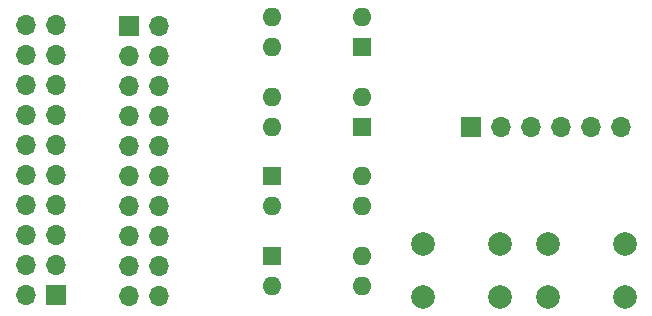
<source format=gbr>
%TF.GenerationSoftware,KiCad,Pcbnew,(5.1.12)-1*%
%TF.CreationDate,2021-12-28T12:25:46-06:00*%
%TF.ProjectId,iPiMI,6950694d-492e-46b6-9963-61645f706362,rev?*%
%TF.SameCoordinates,Original*%
%TF.FileFunction,Soldermask,Bot*%
%TF.FilePolarity,Negative*%
%FSLAX46Y46*%
G04 Gerber Fmt 4.6, Leading zero omitted, Abs format (unit mm)*
G04 Created by KiCad (PCBNEW (5.1.12)-1) date 2021-12-28 12:25:46*
%MOMM*%
%LPD*%
G01*
G04 APERTURE LIST*
%ADD10R,1.600000X1.600000*%
%ADD11O,1.600000X1.600000*%
%ADD12C,2.000000*%
%ADD13R,1.700000X1.700000*%
%ADD14O,1.700000X1.700000*%
G04 APERTURE END LIST*
D10*
%TO.C,U4*%
X41100000Y-36000000D03*
D11*
X48720000Y-38540000D03*
X41100000Y-38540000D03*
X48720000Y-36000000D03*
%TD*%
D10*
%TO.C,U3*%
X41100000Y-29250000D03*
D11*
X48720000Y-31790000D03*
X41100000Y-31790000D03*
X48720000Y-29250000D03*
%TD*%
D10*
%TO.C,U2*%
X48700000Y-18300000D03*
D11*
X41080000Y-15760000D03*
X48700000Y-15760000D03*
X41080000Y-18300000D03*
%TD*%
D10*
%TO.C,U1*%
X48700000Y-25100000D03*
D11*
X41080000Y-22560000D03*
X48700000Y-22560000D03*
X41080000Y-25100000D03*
%TD*%
D12*
%TO.C,SW2*%
X60411500Y-34925000D03*
X60411500Y-39425000D03*
X53911500Y-34925000D03*
X53911500Y-39425000D03*
%TD*%
%TO.C,SW1*%
X71016000Y-34925000D03*
X71016000Y-39425000D03*
X64516000Y-34925000D03*
X64516000Y-39425000D03*
%TD*%
D13*
%TO.C,J3*%
X22783800Y-39319200D03*
D14*
X20243800Y-39319200D03*
X22783800Y-36779200D03*
X20243800Y-36779200D03*
X22783800Y-34239200D03*
X20243800Y-34239200D03*
X22783800Y-31699200D03*
X20243800Y-31699200D03*
X22783800Y-29159200D03*
X20243800Y-29159200D03*
X22783800Y-26619200D03*
X20243800Y-26619200D03*
X22783800Y-24079200D03*
X20243800Y-24079200D03*
X22783800Y-21539200D03*
X20243800Y-21539200D03*
X22783800Y-18999200D03*
X20243800Y-18999200D03*
X22783800Y-16459200D03*
X20243800Y-16459200D03*
%TD*%
%TO.C,J2*%
X70675500Y-25082500D03*
X68135500Y-25082500D03*
X65595500Y-25082500D03*
X63055500Y-25082500D03*
X60515500Y-25082500D03*
D13*
X57975500Y-25082500D03*
%TD*%
%TO.C,J1*%
X29015000Y-16500000D03*
D14*
X31555000Y-16500000D03*
X29015000Y-19040000D03*
X31555000Y-19040000D03*
X29015000Y-21580000D03*
X31555000Y-21580000D03*
X29015000Y-24120000D03*
X31555000Y-24120000D03*
X29015000Y-26660000D03*
X31555000Y-26660000D03*
X29015000Y-29200000D03*
X31555000Y-29200000D03*
X29015000Y-31740000D03*
X31555000Y-31740000D03*
X29015000Y-34280000D03*
X31555000Y-34280000D03*
X29015000Y-36820000D03*
X31555000Y-36820000D03*
X29015000Y-39360000D03*
X31555000Y-39360000D03*
%TD*%
M02*

</source>
